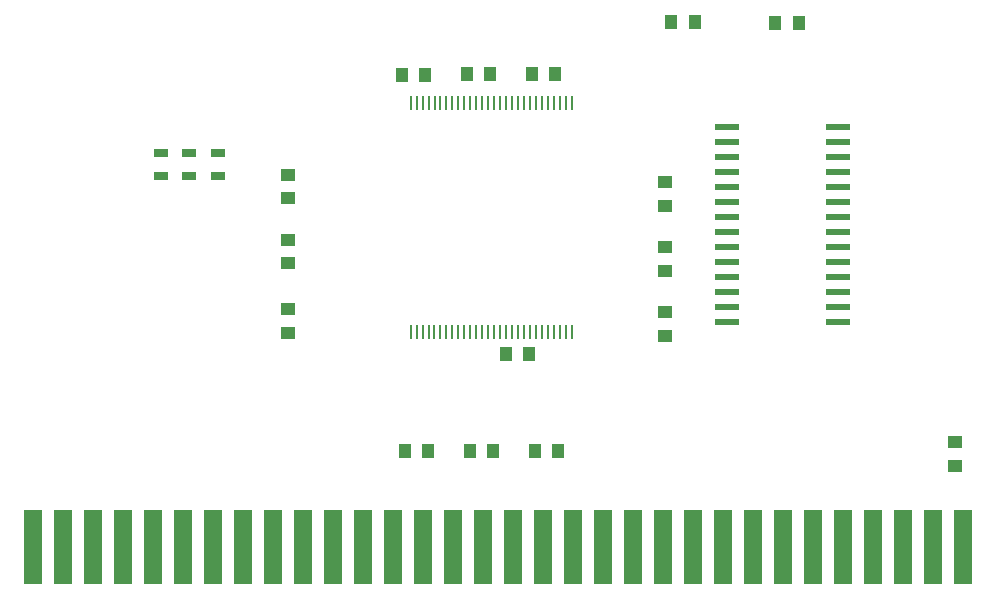
<source format=gbp>
G04 #@! TF.FileFunction,Paste,Bot*
%FSLAX46Y46*%
G04 Gerber Fmt 4.6, Leading zero omitted, Abs format (unit mm)*
G04 Created by KiCad (PCBNEW (after 2015-may-25 BZR unknown)-product) date 17/02/2017 21:19:06*
%MOMM*%
G01*
G04 APERTURE LIST*
%ADD10C,0.100000*%
%ADD11R,0.279400X1.270000*%
%ADD12R,1.250000X1.000000*%
%ADD13R,1.000000X1.250000*%
%ADD14R,1.600200X6.299200*%
%ADD15R,2.000000X0.600000*%
%ADD16R,1.300000X0.700000*%
G04 APERTURE END LIST*
D10*
D11*
X200440000Y-126398000D03*
X200948000Y-126398000D03*
X201430600Y-126398000D03*
X201938600Y-126398000D03*
X202446600Y-126398000D03*
X202929200Y-126398000D03*
X203437200Y-126398000D03*
X203945200Y-126398000D03*
X204427800Y-126398000D03*
X204935800Y-126398000D03*
X205443800Y-126398000D03*
X205951800Y-126398000D03*
X206434400Y-126398000D03*
X206942400Y-126398000D03*
X207450400Y-126398000D03*
X207933000Y-126398000D03*
X207933000Y-145829000D03*
X207425000Y-145829000D03*
X206942400Y-145829000D03*
X206434400Y-145829000D03*
X205926400Y-145829000D03*
X205443800Y-145829000D03*
X204935800Y-145829000D03*
X204427800Y-145829000D03*
X203945200Y-145829000D03*
X203437200Y-145829000D03*
X202929200Y-145829000D03*
X202421200Y-145829000D03*
X201938600Y-145829000D03*
X201430600Y-145829000D03*
X200922600Y-145829000D03*
X200440000Y-145829000D03*
X208441000Y-145829000D03*
X208949000Y-145829000D03*
X209457000Y-145829000D03*
X209965000Y-145829000D03*
X210473000Y-145829000D03*
X210981000Y-145829000D03*
X211489000Y-145829000D03*
X211997000Y-145829000D03*
X212505000Y-145829000D03*
X213013000Y-145829000D03*
X213521000Y-145829000D03*
X214029000Y-145829000D03*
X208441000Y-126398000D03*
X208949000Y-126398000D03*
X209457000Y-126398000D03*
X209965000Y-126398000D03*
X210473000Y-126398000D03*
X210981000Y-126398000D03*
X211489000Y-126398000D03*
X211997000Y-126398000D03*
X212505000Y-126398000D03*
X213013000Y-126398000D03*
X213521000Y-126398000D03*
X214029000Y-126398000D03*
D12*
X246450000Y-157150000D03*
X246450000Y-155150000D03*
D13*
X210450000Y-147650000D03*
X208450000Y-147650000D03*
D12*
X190000000Y-132500000D03*
X190000000Y-134500000D03*
D14*
X168443180Y-163981420D03*
X170983180Y-163981420D03*
X173523180Y-163981420D03*
X176063180Y-163981420D03*
X178603180Y-163981420D03*
X181143180Y-163981420D03*
X183683180Y-163981420D03*
X186223180Y-163981420D03*
X188763180Y-163981420D03*
X191303180Y-163981420D03*
X193843180Y-163981420D03*
X196383180Y-163981420D03*
X198923180Y-163981420D03*
X201463180Y-163981420D03*
X204003180Y-163981420D03*
X206543180Y-163981420D03*
X209083180Y-163981420D03*
X211623180Y-163981420D03*
X214163180Y-163981420D03*
X216703180Y-163981420D03*
X219243180Y-163981420D03*
X221783180Y-163981420D03*
X224323180Y-163981420D03*
X226863180Y-163981420D03*
X229403180Y-163981420D03*
X231943180Y-163981420D03*
X234483180Y-163981420D03*
X237023180Y-163981420D03*
X239563180Y-163981420D03*
X242103180Y-163981420D03*
X244643180Y-163981420D03*
X247183180Y-163981420D03*
D12*
X190000000Y-138000000D03*
X190000000Y-140000000D03*
X190000000Y-143900000D03*
X190000000Y-145900000D03*
D13*
X199650000Y-124050000D03*
X201650000Y-124050000D03*
X199900000Y-155850000D03*
X201900000Y-155850000D03*
X205150000Y-124000000D03*
X207150000Y-124000000D03*
X205400000Y-155850000D03*
X207400000Y-155850000D03*
X210650000Y-124000000D03*
X212650000Y-124000000D03*
X210900000Y-155850000D03*
X212900000Y-155850000D03*
D12*
X221900000Y-133150000D03*
X221900000Y-135150000D03*
X221900000Y-138650000D03*
X221900000Y-140650000D03*
X221900000Y-144150000D03*
X221900000Y-146150000D03*
D13*
X224450000Y-119550000D03*
X222450000Y-119550000D03*
X233250000Y-119650000D03*
X231250000Y-119650000D03*
D15*
X227156400Y-144942700D03*
X227156400Y-143672700D03*
X227156400Y-142402700D03*
X227156400Y-141132700D03*
X227156400Y-139862700D03*
X227156400Y-138592700D03*
X227156400Y-137322700D03*
X227156400Y-136052700D03*
X227156400Y-134782700D03*
X227156400Y-133512700D03*
X227156400Y-132242700D03*
X227156400Y-130972700D03*
X227156400Y-129702700D03*
X227156400Y-128432700D03*
X236556400Y-128432700D03*
X236556400Y-129702700D03*
X236556400Y-130972700D03*
X236556400Y-132242700D03*
X236556400Y-133512700D03*
X236556400Y-134782700D03*
X236556400Y-136052700D03*
X236556400Y-137322700D03*
X236556400Y-138592700D03*
X236556400Y-139862700D03*
X236556400Y-141132700D03*
X236556400Y-142402700D03*
X236556400Y-143672700D03*
X236556400Y-144942700D03*
D16*
X179250000Y-130700000D03*
X179250000Y-132600000D03*
X181650000Y-130700000D03*
X181650000Y-132600000D03*
X184050000Y-130700000D03*
X184050000Y-132600000D03*
M02*

</source>
